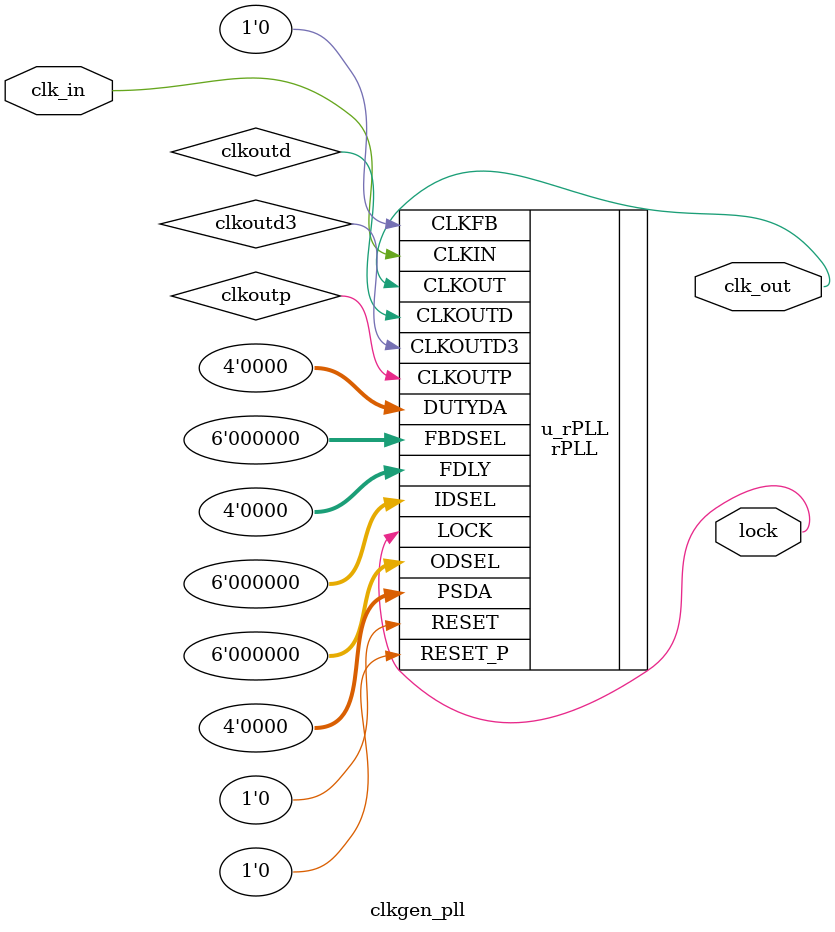
<source format=sv>

`default_nettype none

module clkgen_pll
        (
            input   var logic   clk_in,
            output  var logic   clk_out,
            output  var logic   lock
        );

    logic   clkoutp;
    logic   clkoutd;
    logic   clkoutd3;

    rPLL
            #(
                .FCLKIN             ("27"       ),
                .DYN_IDIV_SEL       ("false"    ),
                .IDIV_SEL           (2          ),
                .DYN_FBDIV_SEL      ("false"    ),
                .FBDIV_SEL          (13         ),
                .DYN_ODIV_SEL       ("false"    ),
                .ODIV_SEL           (4          ),
                .PSDA_SEL           ("0000"     ),
                .DYN_DA_EN          ("true"     ),
                .DUTYDA_SEL         ("1000"     ),
                .CLKOUT_FT_DIR      (1'b1       ),
                .CLKOUTP_FT_DIR     (1'b1       ),
                .CLKOUT_DLY_STEP    (0          ),
                .CLKOUTP_DLY_STEP   (0          ),
                .CLKFB_SEL          ("internal" ),
                .CLKOUT_BYPASS      ("false"    ),
                .CLKOUTP_BYPASS     ("false"    ),
                .CLKOUTD_BYPASS     ("false"    ),
                .DYN_SDIV_SEL       (2          ),
                .CLKOUTD_SRC        ("CLKOUT"   ),
                .CLKOUTD3_SRC       ("CLKOUT"   ),
                .DEVICE             ("GW1NR-9C" )
            )
        u_rPLL
            (
                .CLKOUT             (clk_out    ),
                .LOCK               (lock       ),
                .CLKOUTP            (clkoutp    ),
                .CLKOUTD            (clkoutd    ),
                .CLKOUTD3           (clkoutd3   ),
                .RESET              (1'b0       ),
                .RESET_P            (1'b0       ),
                .CLKIN              (clk_in     ),
                .CLKFB              (1'b0       ),
                .FBDSEL             (6'd0       ),
                .IDSEL              (6'd0       ),
                .ODSEL              (6'd0       ),
                .PSDA               (4'd0       ),
                .DUTYDA             (4'd0       ),
                .FDLY               (4'd0       )
            );

endmodule

`default_nettype wire



</source>
